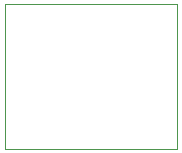
<source format=gbr>
%TF.GenerationSoftware,KiCad,Pcbnew,(5.1.10)-1*%
%TF.CreationDate,2021-07-29T15:12:46-05:00*%
%TF.ProjectId,FDC1004Q-Breakout,46444331-3030-4345-912d-427265616b6f,rev?*%
%TF.SameCoordinates,Original*%
%TF.FileFunction,Profile,NP*%
%FSLAX46Y46*%
G04 Gerber Fmt 4.6, Leading zero omitted, Abs format (unit mm)*
G04 Created by KiCad (PCBNEW (5.1.10)-1) date 2021-07-29 15:12:46*
%MOMM*%
%LPD*%
G01*
G04 APERTURE LIST*
%TA.AperFunction,Profile*%
%ADD10C,0.050000*%
%TD*%
G04 APERTURE END LIST*
D10*
X133223000Y-110236000D02*
X133223000Y-97917000D01*
X147828000Y-110236000D02*
X133223000Y-110236000D01*
X147828000Y-97917000D02*
X147828000Y-110236000D01*
X147828000Y-97917000D02*
X133223000Y-97917000D01*
M02*

</source>
